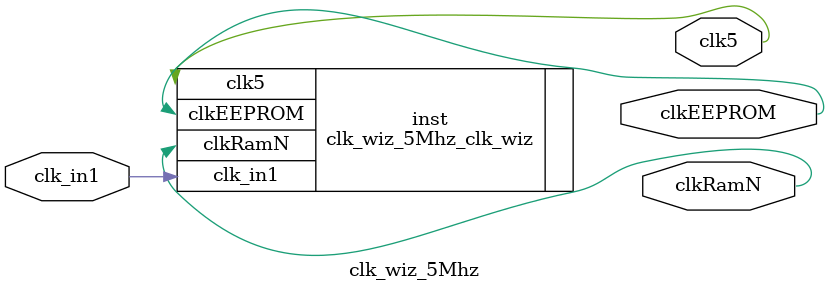
<source format=v>


`timescale 1ps/1ps

(* CORE_GENERATION_INFO = "clk_wiz_5Mhz,clk_wiz_v6_0_9_0_0,{component_name=clk_wiz_5Mhz,use_phase_alignment=true,use_min_o_jitter=false,use_max_i_jitter=false,use_dyn_phase_shift=false,use_inclk_switchover=false,use_dyn_reconfig=false,enable_axi=0,feedback_source=FDBK_AUTO,PRIMITIVE=MMCM,num_out_clk=3,clkin1_period=10.000,clkin2_period=10.000,use_power_down=false,use_reset=false,use_locked=false,use_inclk_stopped=false,feedback_type=SINGLE,CLOCK_MGR_TYPE=NA,manual_override=false}" *)

module clk_wiz_5Mhz 
 (
  // Clock out ports
  output        clk5,
  output        clkRamN,
  output        clkEEPROM,
 // Clock in ports
  input         clk_in1
 );

  clk_wiz_5Mhz_clk_wiz inst
  (
  // Clock out ports  
  .clk5(clk5),
  .clkRamN(clkRamN),
  .clkEEPROM(clkEEPROM),
 // Clock in ports
  .clk_in1(clk_in1)
  );

endmodule

</source>
